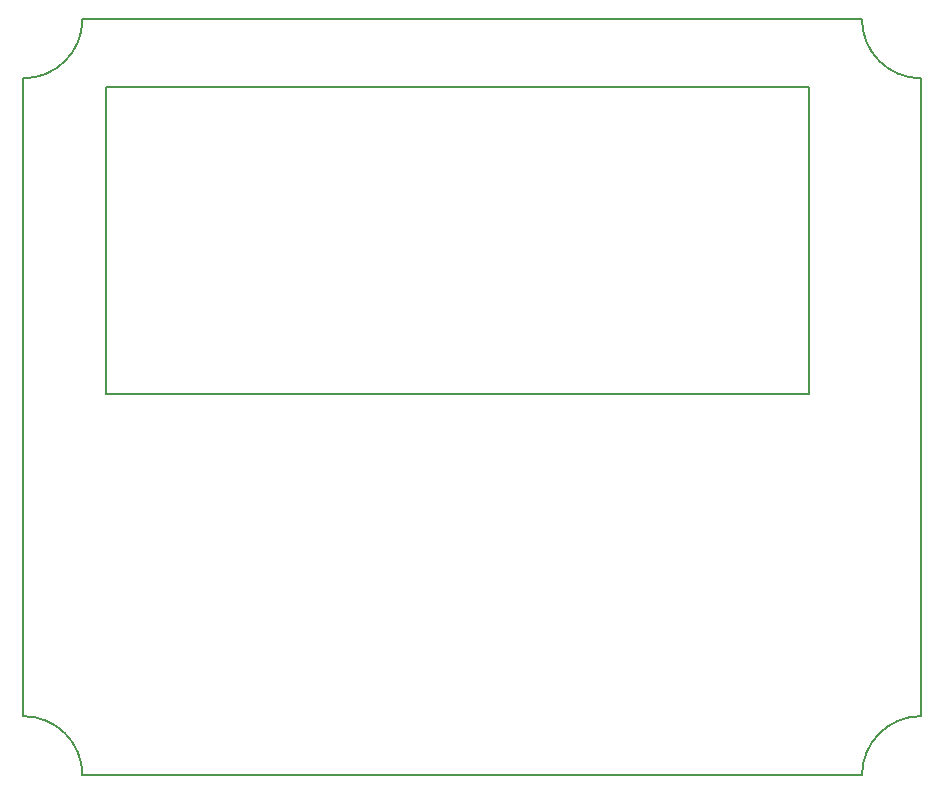
<source format=gm1>
G04 #@! TF.GenerationSoftware,KiCad,Pcbnew,(6.0.0-rc1-dev-199-g6b039bc99)*
G04 #@! TF.CreationDate,2018-12-03T23:01:26+01:00*
G04 #@! TF.ProjectId,Ali-FM,416C692D464D2E6B696361645F706362,rev?*
G04 #@! TF.SameCoordinates,Original*
G04 #@! TF.FileFunction,Profile,NP*
%FSLAX46Y46*%
G04 Gerber Fmt 4.6, Leading zero omitted, Abs format (unit mm)*
G04 Created by KiCad (PCBNEW (6.0.0-rc1-dev-199-g6b039bc99)) date Mon Dec  3 23:01:26 2018*
%MOMM*%
%LPD*%
G01*
G04 APERTURE LIST*
%ADD10C,0.150000*%
G04 APERTURE END LIST*
D10*
X76000000Y59000000D02*
G75*
G02X71000000Y64000000I0J5000000D01*
G01*
X5000000Y64000000D02*
G75*
G02X0Y59000000I-5000000J0D01*
G01*
X71000000Y0D02*
G75*
G02X76000000Y5000000I5000000J0D01*
G01*
X0Y5000000D02*
G75*
G02X5000000Y0I0J-5000000D01*
G01*
X66500000Y58260000D02*
X7000000Y58260000D01*
X66500000Y32260000D02*
X66500000Y58260000D01*
X7000000Y32260000D02*
X66500000Y32260000D01*
X7000000Y58260000D02*
X7000000Y32260000D01*
X71000000Y0D02*
X5000000Y0D01*
X76000000Y59000000D02*
X76000000Y5000000D01*
X5000000Y64000000D02*
X71000000Y64000000D01*
X0Y5000000D02*
X0Y59000000D01*
M02*

</source>
